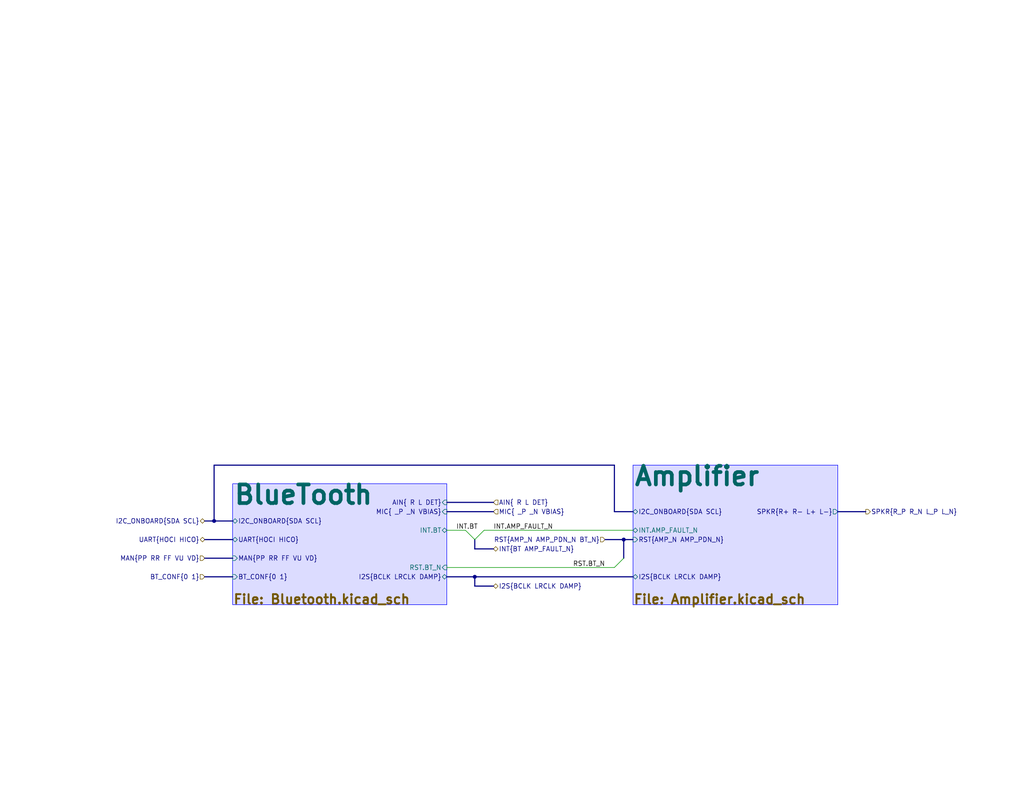
<source format=kicad_sch>
(kicad_sch (version 20211123) (generator eeschema)
  (paper "A")
  (title_block (title "Clock-Radio Main") (date "2022-03-05") (rev "0.5") (company "Ruralguru Projects") (comment 1 "Earl Watkins"))
  (lib_symbols)
  (junction (at 170.18 147.32))
  (junction (at 129.54 157.48))
  (junction (at 58.42 142.24))
  (bus_entry (at 129.54 147.32) (size -2.54 -2.54))
  (bus_entry (at 167.64 154.94) (size 2.54 -2.54))
  (bus_entry (at 129.54 147.32) (size 2.54 -2.54))
  (bus (pts (xy 167.64 127) (xy 58.42 127)))
  (bus (pts (xy 129.54 157.48) (xy 172.72 157.48)))
  (bus (pts (xy 58.42 142.24) (xy 63.5 142.24)))
  (bus (pts (xy 170.18 147.32) (xy 172.72 147.32)))
  (bus (pts (xy 129.54 149.86) (xy 134.62 149.86)))
  (bus (pts (xy 167.64 139.7) (xy 167.64 127)))
  (bus (pts (xy 58.42 127) (xy 58.42 142.24)))
  (bus (pts (xy 167.64 139.7) (xy 172.72 139.7)))
  (bus (pts (xy 228.6 139.7) (xy 236.22 139.7)))
  (wire (pts (xy 132.08 144.78) (xy 172.72 144.78)))
  (bus (pts (xy 121.92 139.7) (xy 134.62 139.7)))
  (bus (pts (xy 129.54 160.02) (xy 129.54 157.48)))
  (bus (pts (xy 121.92 137.16) (xy 134.62 137.16)))
  (bus (pts (xy 121.92 157.48) (xy 129.54 157.48)))
  (bus (pts (xy 165.1 147.32) (xy 170.18 147.32)))
  (bus (pts (xy 170.18 147.32) (xy 170.18 152.4)))
  (wire (pts (xy 121.92 154.94) (xy 167.64 154.94)))
  (bus (pts (xy 55.88 152.4) (xy 63.5 152.4)))
  (bus (pts (xy 55.88 147.32) (xy 63.5 147.32)))
  (wire (pts (xy 121.92 144.78) (xy 127 144.78)))
  (bus (pts (xy 55.88 142.24) (xy 58.42 142.24)))
  (bus (pts (xy 134.62 160.02) (xy 129.54 160.02)))
  (bus (pts (xy 129.54 147.32) (xy 129.54 149.86)))
  (bus (pts (xy 55.88 157.48) (xy 63.5 157.48)))
  (text "${SHEETNAME}" (at 15.24 30.48 0) (effects (font (size 10.16 10.16) (thickness 2.032) bold) (justify left bottom)))
  (label "RST.BT_N" (at 165.1 154.94 180))
  (label "INT.BT" (at 124.46 144.78 0))
  (label "INT.AMP_FAULT_N" (at 134.62 144.78 0))
  (hierarchical_label "UART{HOCI HICO}" (shape bidirectional) (at 55.88 147.32 180))
  (hierarchical_label "MAN{PP RR FF VU VD}" (shape input) (at 55.88 152.4 180))
  (hierarchical_label "I2C_ONBOARD{SDA SCL}" (shape bidirectional) (at 55.88 142.24 180))
  (hierarchical_label "RST{AMP_N AMP_PDN_N BT_N}" (shape input) (at 165.1 147.32 180))
  (hierarchical_label "BT_CONF{0 1}" (shape input) (at 55.88 157.48 180))
  (hierarchical_label "MIC{ _P _N VBIAS}" (shape input) (at 134.62 139.7 0))
  (hierarchical_label "SPKR{R_P R_N L_P L_N}" (shape output) (at 236.22 139.7 0))
  (hierarchical_label "AIN{ R L DET}" (shape input) (at 134.62 137.16 0))
  (hierarchical_label "INT{BT AMP_FAULT_N}" (shape bidirectional) (at 134.62 149.86 0))
  (hierarchical_label "I2S{BCLK LRCLK DAMP}" (shape bidirectional) (at 134.62 160.02 0))
  (sheet (at 63.5 132.08) (size 58.42 33.02) (stroke (width 0.1524) (color 0 0 255 1)) (fill (color 220 220 255 1.0000))
    (property "Sheet name" "BlueTooth" (at 63.5 132.08 0) (effects (font (size 5.08 5.08) bold) (justify left top)))
    (property "Sheet file" "Bluetooth.kicad_sch" (at 63.5 165.1 0) (effects (font (size 2.54 2.54) bold) (justify left bottom)))
    (property "Page #" "${#}" (at 121.92 165.1 0) (effects (font (size 2.54 2.54) bold) (justify right bottom)))
    (pin "I2C_ONBOARD{SDA SCL}" bidirectional (at 63.5 142.24 180))
    (pin "UART{HOCI HICO}" bidirectional (at 63.5 147.32 180))
    (pin "MAN{PP RR FF VU VD}" input (at 63.5 152.4 180))
    (pin "AIN{ R L DET}" input (at 121.92 137.16 0))
    (pin "RST.BT_N" input (at 121.92 154.94 0))
    (pin "MIC{ _P _N VBIAS}" input (at 121.92 139.7 0))
    (pin "I2S{BCLK LRCLK DAMP}" bidirectional (at 121.92 157.48 0))
    (pin "BT_CONF{0 1}" input (at 63.5 157.48 180))
    (pin "INT.BT" bidirectional (at 121.92 144.78 0))
  )
  (sheet (at 172.72 127) (size 55.88 38.1) (stroke (width 0.1524) (color 0 0 255 1)) (fill (color 220 220 255 1.0000))
    (property "Sheet name" "Amplifier" (at 172.72 127 0) (effects (font (size 5.08 5.08) bold) (justify left top)))
    (property "Sheet file" "Amplifier.kicad_sch" (at 172.72 165.1 0) (effects (font (size 2.54 2.54) bold) (justify left bottom)))
    (property "Page #" "${#}" (at 228.6 165.1 0) (effects (font (size 2.54 2.54) bold) (justify right bottom)))
    (pin "I2C_ONBOARD{SDA SCL}" bidirectional (at 172.72 139.7 180))
    (pin "I2S{BCLK LRCLK DAMP}" bidirectional (at 172.72 157.48 180))
    (pin "SPKR{R+ R- L+ L-}" output (at 228.6 139.7 0))
    (pin "RST{AMP_N AMP_PDN_N}" input (at 172.72 147.32 180))
    (pin "INT.AMP_FAULT_N" bidirectional (at 172.72 144.78 180))
  )
)
</source>
